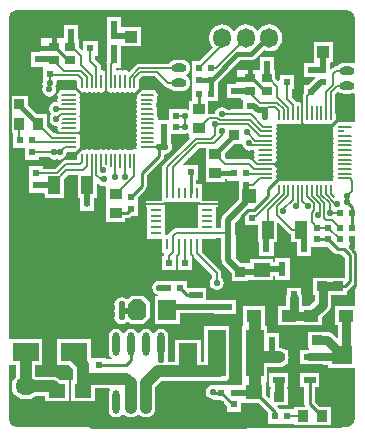
<source format=gtl>
%FSLAX44Y44*%
%MOMM*%
G71*
G01*
G75*
G04 Layer_Physical_Order=1*
G04 Layer_Color=255*
%ADD10R,1.0000X0.9000*%
%ADD11R,0.6000X0.6000*%
%ADD12R,0.2800X0.9000*%
%ADD13R,0.9000X0.2800*%
%ADD14R,0.9000X0.8128*%
%ADD15R,0.9000X1.0000*%
%ADD16R,0.6000X0.6000*%
%ADD17O,0.2000X0.6500*%
%ADD18O,0.6500X0.2000*%
%ADD19R,4.7000X4.7000*%
%ADD20R,0.9000X0.8000*%
%ADD21R,2.2000X1.0500*%
%ADD22R,1.1000X1.0000*%
%ADD23R,1.0000X1.5000*%
%ADD24R,1.2500X1.0000*%
%ADD25R,0.6000X1.2000*%
%ADD26R,1.4000X1.1500*%
%ADD27R,0.8128X0.9000*%
%ADD28R,1.0000X0.5500*%
%ADD29R,1.0000X1.1000*%
%ADD30R,1.0500X2.2000*%
%ADD31R,1.2000X0.6000*%
%ADD32O,0.6000X2.0000*%
%ADD33R,1.5000X4.0000*%
%ADD34R,2.2000X1.5500*%
%ADD35R,1.5500X2.2000*%
%ADD36R,1.5240X1.7780*%
G04:AMPARAMS|DCode=37|XSize=1.524mm|YSize=1.778mm|CornerRadius=0mm|HoleSize=0mm|Usage=FLASHONLY|Rotation=0.000|XOffset=0mm|YOffset=0mm|HoleType=Round|Shape=Octagon|*
%AMOCTAGOND37*
4,1,8,-0.3810,0.8890,0.3810,0.8890,0.7620,0.5080,0.7620,-0.5080,0.3810,-0.8890,-0.3810,-0.8890,-0.7620,-0.5080,-0.7620,0.5080,-0.3810,0.8890,0.0*
%
%ADD37OCTAGOND37*%

%ADD38C,0.2540*%
%ADD39C,0.2032*%
%ADD40C,0.1524*%
%ADD41C,0.3810*%
%ADD42C,0.5080*%
%ADD43C,1.0160*%
%ADD44C,0.7620*%
%ADD45C,0.6350*%
%ADD46R,1.1684X1.1430*%
%ADD47O,1.5240X1.6510*%
%ADD48O,1.2700X0.7620*%
%ADD49R,1.7780X1.5240*%
%ADD50O,1.7780X1.5240*%
%ADD51C,0.5588*%
G36*
X51647Y61221D02*
X52938Y59288D01*
X54871Y57997D01*
X57150Y57544D01*
X58445Y57801D01*
X58770Y57736D01*
X61005D01*
X61292Y56294D01*
X61569Y55880D01*
X61292Y55466D01*
X60976Y53880D01*
X61292Y52294D01*
X61569Y51880D01*
X61292Y51466D01*
X60976Y49880D01*
X60990Y49814D01*
X60571Y49395D01*
X59958Y48986D01*
X58736Y49802D01*
X57150Y50118D01*
X38164D01*
X36242Y52040D01*
Y55642D01*
X44044Y63444D01*
X51205D01*
X51647Y61221D01*
D02*
G37*
G36*
X6430Y71866D02*
Y68780D01*
X6430Y68780D01*
X6430D01*
X6590Y68393D01*
X-15430Y46373D01*
X-16328Y45029D01*
X-16644Y43443D01*
Y29088D01*
X-16948D01*
Y14986D01*
X-30480D01*
Y9906D01*
X-30261Y10125D01*
X-29088Y9639D01*
Y3052D01*
Y-1948D01*
Y-6948D01*
Y-11948D01*
Y-16948D01*
X-16948D01*
Y-29088D01*
X-15326D01*
X-14750Y-30164D01*
X-14990Y-31370D01*
X-16970D01*
Y-43466D01*
X-4874D01*
Y-33903D01*
X-4075Y-31975D01*
X-3754Y-31803D01*
X-3508Y-31968D01*
Y-43466D01*
X8588D01*
Y-32789D01*
X9708Y-32041D01*
X9761Y-32019D01*
X25833Y-48091D01*
Y-50180D01*
X25506Y-50398D01*
X24215Y-52331D01*
X23761Y-54610D01*
X24215Y-56889D01*
X25506Y-58822D01*
X27439Y-60113D01*
X29718Y-60567D01*
X31997Y-60113D01*
X33930Y-58822D01*
X35221Y-56889D01*
X35675Y-54610D01*
X35221Y-52331D01*
X33930Y-50398D01*
X33603Y-50180D01*
Y-46482D01*
X33307Y-44995D01*
X32465Y-43735D01*
X16948Y-28218D01*
Y-16948D01*
X29088D01*
Y-16644D01*
X33228D01*
Y-16716D01*
X33402D01*
Y-23416D01*
X33402D01*
Y-35512D01*
X33663D01*
X34012Y-37266D01*
X35247Y-39115D01*
X35247Y-39115D01*
X35247Y-39115D01*
X42164Y-46031D01*
Y-52634D01*
X56388D01*
Y-52122D01*
X57516D01*
Y-52122D01*
X77612D01*
Y-48315D01*
X79194D01*
Y-51666D01*
X91290D01*
Y-33570D01*
X79194D01*
Y-36920D01*
X77612D01*
Y-34526D01*
X57516D01*
Y-37538D01*
X56388D01*
Y-37538D01*
X49785D01*
X45498Y-33251D01*
Y-26114D01*
X45498D01*
Y-14018D01*
X45324D01*
Y-4620D01*
X44973D01*
Y-3724D01*
X52469Y3771D01*
X53642Y3285D01*
Y-5874D01*
X64820D01*
Y-19946D01*
X65660D01*
Y-31956D01*
X77756D01*
Y-19946D01*
X80916D01*
Y-3995D01*
X82089Y-3509D01*
X90725Y-12145D01*
D01*
X90725D01*
Y-12145D01*
D01*
X90725D01*
Y-12145D01*
X90725D01*
X90725Y-12145D01*
Y-12145D01*
X90725Y-12145D01*
Y-12145D01*
X91986Y-12987D01*
X92820Y-13153D01*
Y-19946D01*
X97250D01*
Y-31956D01*
X109346D01*
Y-23748D01*
X120348D01*
Y-23748D01*
X123520D01*
X129047Y-29275D01*
X130475Y-30229D01*
X132160Y-30565D01*
X135590D01*
X138091Y-33066D01*
Y-49982D01*
X111252D01*
Y-65078D01*
X112463D01*
Y-70015D01*
X107976Y-74502D01*
X101659D01*
Y-67618D01*
X101424Y-65828D01*
X100790Y-64298D01*
Y-58570D01*
X88694D01*
Y-64298D01*
X88061Y-65828D01*
X87825Y-67618D01*
Y-74502D01*
X81652D01*
Y-90598D01*
X100248D01*
Y-90598D01*
X100248D01*
X100248Y-90598D01*
X100412Y-90598D01*
Y-90598D01*
X119008D01*
Y-83034D01*
X124271Y-77771D01*
X125371Y-76339D01*
X126061Y-74670D01*
X126297Y-72880D01*
X126297Y-72880D01*
X126297Y-72880D01*
Y-72880D01*
Y-65078D01*
X139700D01*
Y-61604D01*
X139735Y-61597D01*
X141163Y-60643D01*
X141163Y-60643D01*
X141163Y-60643D01*
X145071Y-56735D01*
X146245Y-57221D01*
Y-74502D01*
X129912D01*
Y-90598D01*
X132293D01*
Y-100531D01*
X131119Y-101017D01*
X128081Y-97979D01*
X126649Y-96880D01*
X124980Y-96189D01*
X123190Y-95953D01*
X122228D01*
Y-95758D01*
X107132D01*
Y-109982D01*
X107669D01*
X107794Y-111246D01*
X105822Y-111638D01*
X105726Y-111702D01*
X100202D01*
Y-123298D01*
X105726D01*
X105822Y-123362D01*
X108250Y-123845D01*
X123952D01*
Y-126238D01*
X146245D01*
Y-170000D01*
X146278Y-170167D01*
X145831Y-172415D01*
X144463Y-174463D01*
X142415Y-175831D01*
X140167Y-176278D01*
X140000Y-176245D01*
X126038D01*
Y-176245D01*
Y-175688D01*
X126038Y-175347D01*
X126038Y-175347D01*
X126038D01*
Y-159592D01*
X116668D01*
X112653Y-155576D01*
Y-142298D01*
X116298D01*
Y-130702D01*
X100202D01*
Y-142298D01*
X103847D01*
Y-157400D01*
X104088Y-158610D01*
X103282Y-159592D01*
X94942D01*
Y-161592D01*
X94868D01*
Y-161592D01*
X84868D01*
Y-161592D01*
X82634D01*
X81933Y-160543D01*
X80806Y-159415D01*
X81292Y-158242D01*
X89718D01*
Y-144018D01*
X89087D01*
Y-142298D01*
X90298D01*
Y-130702D01*
X74202D01*
Y-142298D01*
X75253D01*
Y-144018D01*
X74622D01*
Y-151573D01*
X73449Y-152058D01*
X71008Y-149618D01*
Y-138412D01*
X71008D01*
Y-138246D01*
X71906Y-137348D01*
X72268D01*
Y-125698D01*
X82250D01*
X84372Y-125419D01*
X86349Y-124600D01*
X88046Y-123298D01*
X90298D01*
Y-118640D01*
X90448Y-117500D01*
X90298Y-116360D01*
Y-111702D01*
X88046D01*
X86349Y-110400D01*
X84372Y-109581D01*
X82328Y-109312D01*
Y-108918D01*
X82328D01*
Y-96822D01*
X72268D01*
Y-91252D01*
X70748D01*
Y-90598D01*
X70748D01*
Y-74502D01*
X62860D01*
X61720Y-74352D01*
X60580Y-74502D01*
X52152D01*
Y-90598D01*
D01*
Y-90598D01*
X51498Y-91252D01*
X51172D01*
Y-137348D01*
X51172D01*
Y-138152D01*
X50912Y-138412D01*
X50912D01*
Y-141352D01*
X50498D01*
Y-141352D01*
X28510D01*
X26253Y-140903D01*
X23974Y-141356D01*
X22041Y-142648D01*
X20750Y-144580D01*
X20297Y-146860D01*
X20750Y-149139D01*
X22041Y-151071D01*
X23974Y-152362D01*
X26253Y-152816D01*
X26972Y-153406D01*
Y-153448D01*
X33430D01*
X38402Y-158420D01*
Y-163448D01*
X50498D01*
Y-156008D01*
X50912D01*
Y-156008D01*
X64946D01*
X72772Y-163834D01*
Y-173688D01*
X82772D01*
Y-173688D01*
X94868D01*
D01*
X94868D01*
X94942Y-173762D01*
Y-175347D01*
X94942Y-175347D01*
X94942D01*
X94942Y-175688D01*
X94385Y-176245D01*
X-140000D01*
X-140167Y-176278D01*
X-142415Y-175831D01*
X-144463Y-174463D01*
X-145831Y-172415D01*
X-146278Y-170167D01*
X-146245Y-170000D01*
D01*
Y-170000D01*
Y-170000D01*
Y-123828D01*
X-140458D01*
Y-134248D01*
X-140958Y-134632D01*
X-142669Y-136860D01*
X-143743Y-139455D01*
X-144110Y-142240D01*
X-143743Y-145025D01*
X-142669Y-147620D01*
X-140958Y-149848D01*
X-138730Y-151559D01*
X-136135Y-152633D01*
X-133350Y-153000D01*
X-130810D01*
X-128025Y-152633D01*
X-125430Y-151559D01*
X-123970Y-150438D01*
X-115458D01*
Y-154738D01*
X-95362D01*
Y-137142D01*
X-102614D01*
X-103313Y-136443D01*
X-105011Y-135140D01*
X-106988Y-134321D01*
X-109110Y-134042D01*
X-123970D01*
X-124062Y-133971D01*
Y-123828D01*
X-118212D01*
Y-102232D01*
X-146245D01*
Y71962D01*
X-145088D01*
Y71962D01*
X-143128D01*
Y59992D01*
X-133128D01*
Y59992D01*
X-133128D01*
Y49832D01*
X-121032D01*
Y51736D01*
X-112207D01*
X-112162Y51668D01*
X-110229Y50377D01*
X-107950Y49924D01*
X-105671Y50377D01*
X-105664Y50381D01*
X-105658Y50377D01*
X-103378Y49924D01*
X-101099Y50377D01*
X-99166Y51668D01*
X-97875Y53601D01*
X-97422Y55880D01*
X-97422Y55880D01*
D01*
X-92480Y56406D01*
X-92480Y56406D01*
Y56406D01*
X-92398Y56423D01*
X-90230D01*
X-89013Y56665D01*
X-88115Y55767D01*
X-88357Y54550D01*
Y52382D01*
X-88374Y52300D01*
Y49864D01*
X-97790D01*
X-99376Y49548D01*
X-100720Y48650D01*
X-107126Y42244D01*
X-117222D01*
Y44148D01*
X-129318D01*
Y32052D01*
X-129318D01*
Y21892D01*
X-117222D01*
Y21892D01*
X-116926D01*
X-116028Y20994D01*
Y17392D01*
X-99932D01*
Y32638D01*
X-96074Y36496D01*
X-88028D01*
Y17392D01*
X-86138D01*
Y6652D01*
X-74042D01*
Y17392D01*
X-71932D01*
Y29584D01*
X-70812Y30183D01*
X-70694Y30104D01*
X-69998Y29062D01*
X-68065Y27771D01*
X-65786Y27318D01*
X-65164Y27441D01*
X-64182Y26636D01*
Y12898D01*
X-64182Y12898D01*
X-64182Y11994D01*
X-64182D01*
Y-3102D01*
X-48086D01*
Y43D01*
X-46688D01*
X-45003Y378D01*
X-43575Y1333D01*
X-42748Y2160D01*
X-36878D01*
Y12160D01*
Y18030D01*
X-30923Y23985D01*
X-29969Y25413D01*
X-29633Y27098D01*
X-29633Y27098D01*
X-29633Y27098D01*
Y27098D01*
Y36530D01*
X-16013Y50151D01*
X-15058Y51579D01*
X-14723Y53264D01*
Y54066D01*
X-13890Y54750D01*
X-11610Y55203D01*
X-9678Y56494D01*
X-8387Y58427D01*
X-7933Y60706D01*
X-8387Y62986D01*
X-9032Y63951D01*
Y71422D01*
X1222D01*
Y71422D01*
X1519Y71666D01*
X2286Y71514D01*
X4565Y71967D01*
X5310Y72464D01*
X6430Y71866D01*
D02*
G37*
G36*
X14986Y11948D02*
X13992D01*
Y3052D01*
Y-1948D01*
Y-6948D01*
Y-8356D01*
X-5134D01*
X-6720Y-8672D01*
X-8064Y-9570D01*
X-10430Y-11936D01*
X-11328Y-13280D01*
X-11470Y-13992D01*
X-13992D01*
Y-11948D01*
Y-6948D01*
Y-1948D01*
Y3052D01*
Y11948D01*
X-14986D01*
Y13992D01*
X14986D01*
Y11948D01*
D02*
G37*
G36*
X20146Y46680D02*
X20146Y46680D01*
X20146Y45776D01*
X20146D01*
Y30680D01*
X36242D01*
Y33178D01*
X38482D01*
Y32052D01*
X48482D01*
Y25895D01*
X48437Y25827D01*
X48200Y24638D01*
Y15618D01*
X35247Y2665D01*
X34012Y816D01*
X33578Y-1364D01*
Y-4620D01*
X33228D01*
Y-8356D01*
X29088D01*
Y-6948D01*
Y-1948D01*
Y3052D01*
Y10014D01*
X30480D01*
Y15094D01*
X30226Y14840D01*
X16948D01*
Y29088D01*
X12023D01*
Y32894D01*
X13668D01*
Y44990D01*
X1595D01*
X1109Y46163D01*
X14810Y59864D01*
X20146D01*
Y46680D01*
D02*
G37*
G36*
X-63148Y107632D02*
X-61809Y106737D01*
X-60230Y106423D01*
X-58650Y106737D01*
X-58230Y107018D01*
X-57810Y106737D01*
X-56230Y106423D01*
X-54651Y106737D01*
X-54230Y107018D01*
X-53809Y106737D01*
X-52230Y106423D01*
X-50651Y106737D01*
X-50230Y107018D01*
X-49809Y106737D01*
X-48230Y106423D01*
X-46651Y106737D01*
X-46230Y107018D01*
X-45809Y106737D01*
X-44230Y106423D01*
X-42650Y106737D01*
X-42230Y107018D01*
X-41809Y106737D01*
X-40230Y106423D01*
X-39013Y106665D01*
X-38115Y105767D01*
X-38357Y104550D01*
X-38043Y102971D01*
X-37762Y102550D01*
X-38043Y102129D01*
X-38357Y100550D01*
X-38043Y98971D01*
X-37762Y98550D01*
X-38043Y98129D01*
X-38357Y96550D01*
X-38043Y94971D01*
X-37762Y94550D01*
X-38043Y94129D01*
X-38357Y92550D01*
X-38043Y90971D01*
X-37762Y90550D01*
X-38043Y90129D01*
X-38357Y88550D01*
X-38043Y86971D01*
X-37762Y86550D01*
X-38043Y86129D01*
X-38357Y84550D01*
X-38043Y82971D01*
X-37762Y82550D01*
X-38043Y82129D01*
X-38357Y80550D01*
X-38043Y78970D01*
X-37762Y78550D01*
X-38043Y78129D01*
X-38357Y76550D01*
X-38043Y74970D01*
X-37762Y74550D01*
X-38043Y74129D01*
X-38357Y72550D01*
X-38043Y70971D01*
X-37762Y70550D01*
X-38043Y70129D01*
X-38357Y68550D01*
X-38043Y66971D01*
X-37762Y66550D01*
X-38043Y66129D01*
X-38357Y64550D01*
X-38043Y62970D01*
X-37762Y62550D01*
X-38043Y62130D01*
X-38357Y60550D01*
X-38115Y59333D01*
X-39013Y58435D01*
X-40230Y58677D01*
X-41809Y58363D01*
X-42230Y58082D01*
X-42650Y58363D01*
X-44230Y58677D01*
X-45809Y58363D01*
X-46230Y58082D01*
X-46651Y58363D01*
X-48230Y58677D01*
X-49809Y58363D01*
X-50230Y58082D01*
X-50651Y58363D01*
X-52230Y58677D01*
X-53809Y58363D01*
X-54230Y58082D01*
X-54651Y58363D01*
X-56230Y58677D01*
X-57809Y58363D01*
X-58230Y58082D01*
X-58651Y58363D01*
X-60230Y58677D01*
X-61810Y58363D01*
X-62230Y58082D01*
X-62650Y58363D01*
X-64230Y58677D01*
X-65809Y58363D01*
X-66230Y58082D01*
X-66651Y58363D01*
X-68230Y58677D01*
X-69809Y58363D01*
X-70230Y58082D01*
X-70651Y58363D01*
X-72230Y58677D01*
X-73809Y58363D01*
X-74230Y58082D01*
X-74651Y58363D01*
X-76230Y58677D01*
X-77809Y58363D01*
X-78230Y58082D01*
X-78651Y58363D01*
X-80230Y58677D01*
X-81810Y58363D01*
X-82230Y58082D01*
X-82651Y58363D01*
X-84230Y58677D01*
X-85447Y58435D01*
X-86345Y59333D01*
X-86103Y60550D01*
X-86417Y62129D01*
X-86698Y62550D01*
X-86417Y62971D01*
X-86103Y64550D01*
X-86417Y66129D01*
X-86698Y66550D01*
X-86417Y66971D01*
X-86103Y68550D01*
X-86417Y70129D01*
X-87312Y71468D01*
X-87980Y71915D01*
Y73185D01*
X-87312Y73632D01*
X-86417Y74971D01*
X-86103Y76550D01*
X-86417Y78130D01*
X-86698Y78550D01*
X-86417Y78970D01*
X-86103Y80550D01*
X-86417Y82129D01*
X-86698Y82550D01*
X-86417Y82971D01*
X-86103Y84550D01*
X-86417Y86130D01*
X-86698Y86550D01*
X-86417Y86971D01*
X-86103Y88550D01*
X-86417Y90129D01*
X-86698Y90550D01*
X-86417Y90970D01*
X-86103Y92550D01*
X-86417Y94129D01*
X-86698Y94550D01*
X-86417Y94971D01*
X-86103Y96550D01*
X-86417Y98130D01*
X-86698Y98550D01*
X-86417Y98970D01*
X-86103Y100550D01*
X-86417Y102129D01*
X-86698Y102550D01*
X-86417Y102971D01*
X-86103Y104550D01*
X-86345Y105767D01*
X-85447Y106665D01*
X-84230Y106423D01*
X-82650Y106737D01*
X-82230Y107018D01*
X-81810Y106737D01*
X-80230Y106423D01*
X-78651Y106737D01*
X-78230Y107018D01*
X-77809Y106737D01*
X-76230Y106423D01*
X-74651Y106737D01*
X-74230Y107018D01*
X-73809Y106737D01*
X-72230Y106423D01*
X-70651Y106737D01*
X-70230Y107018D01*
X-69809Y106737D01*
X-68230Y106423D01*
X-66651Y106737D01*
X-65312Y107632D01*
X-64865Y108300D01*
X-63595D01*
X-63148Y107632D01*
D02*
G37*
G36*
X142415Y175831D02*
X144463Y174463D01*
X145831Y172415D01*
X146278Y170167D01*
X146245Y170000D01*
Y131983D01*
X145189Y131277D01*
X144030Y131757D01*
X142240Y131993D01*
X137160D01*
X135370Y131757D01*
X133701Y131066D01*
X132269Y129967D01*
X131496Y128961D01*
X130410D01*
X128923Y128665D01*
X127663Y127823D01*
X126601Y126761D01*
X125428Y127247D01*
Y131698D01*
D01*
Y131698D01*
X126152Y132422D01*
X127682D01*
Y149518D01*
X111586D01*
Y132422D01*
D01*
Y132422D01*
X110942Y131778D01*
X103092D01*
Y119682D01*
X112425D01*
X112911Y118509D01*
X107130Y112728D01*
X103092D01*
Y106433D01*
X102312Y105266D01*
X101996Y103680D01*
Y98558D01*
X100876Y97959D01*
X99726Y98728D01*
X98140Y99044D01*
X97029Y98823D01*
X93124Y102728D01*
Y109776D01*
X95028D01*
Y121872D01*
X82932D01*
Y116865D01*
X81759Y116379D01*
X79318Y118820D01*
Y125578D01*
X78358D01*
Y136858D01*
X66262D01*
Y125764D01*
X65786D01*
Y125764D01*
X46228D01*
Y114078D01*
X38402D01*
Y101982D01*
X50222D01*
Y100482D01*
X51784D01*
Y92536D01*
X38039D01*
X37994Y92604D01*
X36061Y93895D01*
X33782Y94348D01*
X31503Y93895D01*
X29570Y92604D01*
X28279Y90671D01*
X27891Y88721D01*
X22986D01*
X22526Y89098D01*
Y99616D01*
X30606D01*
Y111380D01*
X30686D01*
Y115485D01*
X49089Y133888D01*
X58420D01*
X60353Y134272D01*
X61991Y135367D01*
X61991Y135367D01*
X61991Y135367D01*
X69347Y142723D01*
X71383Y141880D01*
X74168Y141513D01*
X76953Y141880D01*
X79548Y142955D01*
X81777Y144664D01*
X83486Y146893D01*
X84561Y149488D01*
X84928Y152273D01*
Y153543D01*
X84561Y156328D01*
X83486Y158923D01*
X81777Y161152D01*
X79548Y162861D01*
X76953Y163936D01*
X74168Y164303D01*
X71383Y163936D01*
X68788Y162861D01*
X66560Y161152D01*
X64850Y158923D01*
X64803Y158811D01*
X63533D01*
X63486Y158923D01*
X61776Y161152D01*
X59548Y162861D01*
X56953Y163936D01*
X54168Y164303D01*
X51383Y163936D01*
X48788Y162861D01*
X46560Y161152D01*
X44850Y158923D01*
X44803Y158811D01*
X43533D01*
X43486Y158923D01*
X41776Y161152D01*
X39548Y162861D01*
X36953Y163936D01*
X34168Y164303D01*
X31383Y163936D01*
X28788Y162861D01*
X26560Y161152D01*
X24850Y158923D01*
X23775Y156328D01*
X23408Y153543D01*
Y152273D01*
X23775Y149488D01*
X24850Y146893D01*
X26364Y144920D01*
X14920Y133476D01*
X8684D01*
Y121380D01*
Y111712D01*
X8510D01*
Y99876D01*
X6430D01*
Y92472D01*
X5310Y91874D01*
X4565Y92371D01*
X2286Y92824D01*
X1519Y92672D01*
X1222Y92916D01*
Y92916D01*
X-10874D01*
Y83518D01*
X-19413D01*
X-20218Y84500D01*
X-20208Y84550D01*
X-20524Y86136D01*
X-21023Y86882D01*
X-20968Y86964D01*
X-20652Y88550D01*
X-20968Y90136D01*
X-21373Y90742D01*
X-21224Y90964D01*
X-20908Y92550D01*
X-21224Y94136D01*
X-21838Y95055D01*
X-21540Y96550D01*
X-21852Y98115D01*
X-21284Y98964D01*
X-20968Y100550D01*
X-21266Y102048D01*
X-20654Y102964D01*
X-20338Y104550D01*
X-20654Y106136D01*
X-21552Y107480D01*
X-22896Y108378D01*
X-24482Y108694D01*
X-31980D01*
X-32062Y108677D01*
X-34230D01*
X-35447Y108435D01*
X-36345Y109333D01*
X-36103Y110550D01*
Y115050D01*
X-36345Y116270D01*
Y117419D01*
X-33443Y120321D01*
X-22945D01*
X-14631Y112007D01*
X-14631D01*
X-14631Y112007D01*
X-14631D01*
X-14631Y112007D01*
Y112007D01*
X-14631Y112007D01*
Y112007D01*
X-13371Y111165D01*
X-11884Y110870D01*
X-10743D01*
X-9971Y109863D01*
X-8539Y108764D01*
X-6870Y108073D01*
X-5080Y107837D01*
X0D01*
X1790Y108073D01*
X3459Y108764D01*
X4891Y109863D01*
X5990Y111295D01*
X6682Y112964D01*
X6917Y114754D01*
X6682Y116544D01*
X5990Y118213D01*
X4891Y119645D01*
X3948Y120369D01*
Y121639D01*
X4891Y122363D01*
X5990Y123795D01*
X6682Y125464D01*
X6917Y127254D01*
X6682Y129044D01*
X5990Y130713D01*
X4891Y132145D01*
X3459Y133244D01*
X1790Y133935D01*
X0Y134171D01*
X-5080D01*
X-6870Y133935D01*
X-8539Y133244D01*
X-9971Y132145D01*
X-10743Y131139D01*
X-36314D01*
X-37801Y130843D01*
X-39061Y130001D01*
X-44628Y124434D01*
X-45300Y124500D01*
X-46644Y125398D01*
X-48230Y125714D01*
X-49816Y125398D01*
X-50230Y125121D01*
X-50644Y125398D01*
X-52230Y125714D01*
X-53816Y125398D01*
X-54230Y125121D01*
X-54644Y125398D01*
X-56086Y125685D01*
Y127810D01*
X-51182D01*
Y138050D01*
X-51102D01*
Y145876D01*
X-34632D01*
Y161972D01*
X-51182D01*
Y170386D01*
X-63278D01*
Y158290D01*
X-63198D01*
Y150146D01*
X-63198D01*
Y139906D01*
X-63278D01*
Y133611D01*
X-64058Y132444D01*
X-64373Y130858D01*
X-64373Y130858D01*
X-64373Y130858D01*
Y125228D01*
X-65494Y124629D01*
X-66644Y125398D01*
X-68086Y125685D01*
Y128110D01*
X-68402Y129696D01*
X-69300Y131040D01*
X-73246Y134986D01*
Y137970D01*
X-71342D01*
Y150066D01*
X-83438D01*
Y143027D01*
X-84611Y142541D01*
X-87052Y144982D01*
Y152248D01*
X-88012D01*
Y163528D01*
X-100108D01*
Y152434D01*
X-100584D01*
Y152434D01*
X-120142D01*
Y140748D01*
X-127968D01*
Y128652D01*
X-117888D01*
Y127968D01*
X-117888D01*
Y115872D01*
X-117888D01*
X-117784Y115745D01*
X-117971Y114808D01*
X-117517Y112529D01*
X-117300Y112204D01*
X-117771Y111499D01*
X-118224Y109220D01*
X-117771Y106941D01*
X-116480Y105008D01*
X-114547Y103717D01*
X-112268Y103264D01*
X-109989Y103717D01*
X-108056Y105008D01*
X-106765Y106941D01*
X-106312Y109220D01*
X-106765Y111499D01*
X-106982Y111824D01*
X-106511Y112529D01*
X-106058Y114808D01*
X-106176Y115404D01*
X-105792Y115872D01*
X-105792D01*
X-105792Y117014D01*
X-89346D01*
X-88374Y116042D01*
Y112800D01*
X-88357Y112717D01*
Y110550D01*
X-88115Y109333D01*
X-89013Y108435D01*
X-90230Y108677D01*
X-92398D01*
X-92480Y108694D01*
X-101250D01*
X-102836Y108378D01*
X-104180Y107480D01*
X-105078Y106136D01*
X-105394Y104550D01*
X-105078Y102964D01*
X-104801Y102550D01*
X-105078Y102136D01*
X-105394Y100550D01*
X-105184Y99496D01*
X-106082Y98598D01*
X-106426Y98666D01*
X-108705Y98213D01*
X-110638Y96922D01*
X-111929Y94989D01*
X-112382Y92710D01*
X-111929Y90431D01*
X-110737Y88646D01*
X-111929Y86861D01*
X-112382Y84582D01*
X-111929Y82303D01*
X-110638Y80370D01*
X-108705Y79079D01*
X-106426Y78625D01*
X-106042Y78702D01*
X-105144Y77804D01*
X-105394Y76550D01*
X-105078Y74964D01*
X-104180Y73620D01*
X-104972Y72435D01*
X-108471D01*
X-113992Y77956D01*
Y88058D01*
X-122446D01*
X-129992Y95604D01*
Y103632D01*
X-145088D01*
Y103632D01*
X-145347D01*
X-146245Y104530D01*
Y170000D01*
X-146278Y170167D01*
X-145831Y172415D01*
X-144463Y174463D01*
X-142415Y175831D01*
X-140167Y176278D01*
X-140000Y176245D01*
X140000D01*
X140167Y176278D01*
X142415Y175831D01*
D02*
G37*
G36*
X103222Y80962D02*
X104561Y80067D01*
X106140Y79753D01*
X107719Y80067D01*
X108140Y80348D01*
X108561Y80067D01*
X110140Y79753D01*
X111720Y80067D01*
X112140Y80348D01*
X112561Y80067D01*
X114140Y79753D01*
X115719Y80067D01*
X116140Y80348D01*
X116561Y80067D01*
X118140Y79753D01*
X119719Y80067D01*
X120140Y80348D01*
X120561Y80067D01*
X122140Y79753D01*
X123720Y80067D01*
X124140Y80348D01*
X124561Y80067D01*
X126140Y79753D01*
X127357Y79995D01*
X128255Y79097D01*
X128013Y77880D01*
X128327Y76301D01*
X128608Y75880D01*
X128327Y75459D01*
X128013Y73880D01*
X128327Y72301D01*
X128608Y71880D01*
X128327Y71459D01*
X128013Y69880D01*
X128327Y68301D01*
X128608Y67880D01*
X128327Y67460D01*
X128013Y65880D01*
X128327Y64301D01*
X128608Y63880D01*
X128327Y63460D01*
X128013Y61880D01*
X128327Y60301D01*
X128608Y59880D01*
X128327Y59460D01*
X128013Y57880D01*
X128327Y56301D01*
X128608Y55880D01*
X128327Y55459D01*
X128013Y53880D01*
X128327Y52301D01*
X128608Y51880D01*
X128327Y51459D01*
X128013Y49880D01*
X128327Y48300D01*
X128608Y47880D01*
X128327Y47460D01*
X128013Y45880D01*
X128327Y44301D01*
X128608Y43880D01*
X128327Y43460D01*
X128013Y41880D01*
X128327Y40301D01*
X128608Y39880D01*
X128327Y39460D01*
X128013Y37880D01*
X128327Y36301D01*
X128608Y35880D01*
X128327Y35459D01*
X128013Y33880D01*
X128255Y32663D01*
X127357Y31765D01*
X126140Y32007D01*
X124561Y31693D01*
X124140Y31412D01*
X123720Y31693D01*
X122140Y32007D01*
X120561Y31693D01*
X120140Y31412D01*
X119719Y31693D01*
X118140Y32007D01*
X116561Y31693D01*
X116140Y31412D01*
X115719Y31693D01*
X114140Y32007D01*
X112561Y31693D01*
X112140Y31412D01*
X111720Y31693D01*
X110140Y32007D01*
X108561Y31693D01*
X108140Y31412D01*
X107719Y31693D01*
X106140Y32007D01*
X104560Y31693D01*
X104140Y31412D01*
X103720Y31693D01*
X102140Y32007D01*
X100561Y31693D01*
X100140Y31412D01*
X99719Y31693D01*
X98140Y32007D01*
X96561Y31693D01*
X96140Y31412D01*
X95719Y31693D01*
X94140Y32007D01*
X92561Y31693D01*
X92140Y31412D01*
X91720Y31693D01*
X90140Y32007D01*
X88561Y31693D01*
X88140Y31412D01*
X87719Y31693D01*
X86140Y32007D01*
X84561Y31693D01*
X84140Y31412D01*
X83720Y31693D01*
X82140Y32007D01*
X80923Y31765D01*
X80025Y32663D01*
X80267Y33880D01*
X79953Y35459D01*
X79672Y35880D01*
X79953Y36301D01*
X80267Y37880D01*
X79953Y39460D01*
X79672Y39880D01*
X79953Y40301D01*
X80267Y41880D01*
X79953Y43460D01*
X79058Y44798D01*
X78390Y45245D01*
Y46515D01*
X79058Y46962D01*
X79953Y48301D01*
X80267Y49880D01*
X79953Y51459D01*
X79672Y51880D01*
X79953Y52301D01*
X80267Y53880D01*
X79953Y55459D01*
X79672Y55880D01*
X79953Y56301D01*
X80267Y57880D01*
X79953Y59460D01*
X79672Y59880D01*
X79953Y60300D01*
X80267Y61880D01*
X79953Y63459D01*
X79672Y63880D01*
X79953Y64301D01*
X80267Y65880D01*
X79953Y67460D01*
X79672Y67880D01*
X79953Y68301D01*
X80267Y69880D01*
X79953Y71459D01*
X79672Y71880D01*
X79953Y72301D01*
X80267Y73880D01*
X79953Y75459D01*
X79672Y75880D01*
X79953Y76301D01*
X80267Y77880D01*
X80025Y79097D01*
X80923Y79995D01*
X82140Y79753D01*
X83719Y80067D01*
X84140Y80348D01*
X84561Y80067D01*
X86140Y79753D01*
X87719Y80067D01*
X88140Y80348D01*
X88561Y80067D01*
X90140Y79753D01*
X91720Y80067D01*
X92140Y80348D01*
X92561Y80067D01*
X94140Y79753D01*
X95719Y80067D01*
X96140Y80348D01*
X96560Y80067D01*
X98140Y79753D01*
X99719Y80067D01*
X101058Y80962D01*
X101505Y81630D01*
X102775D01*
X103222Y80962D01*
D02*
G37*
G36*
X132269Y107685D02*
X133701Y106586D01*
X135370Y105894D01*
X137160Y105659D01*
X142240D01*
X144030Y105894D01*
X145189Y106374D01*
X146245Y105669D01*
Y82054D01*
X145125Y81455D01*
X144746Y81708D01*
X143160Y82024D01*
X134390Y82024D01*
X134308Y82007D01*
X132140D01*
X130923Y81765D01*
X130025Y82663D01*
X130267Y83880D01*
Y88380D01*
X130025Y89600D01*
Y105481D01*
X132231Y107687D01*
X132269Y107685D01*
D02*
G37*
%LPC*%
G36*
X40268Y-91252D02*
X19172D01*
Y-121342D01*
X15878D01*
Y-102612D01*
X-5718D01*
Y-121342D01*
X-11112D01*
X-11918Y-120360D01*
X-11824Y-119888D01*
X-12083Y-118586D01*
Y-115668D01*
X-11614Y-113310D01*
Y-99310D01*
X-12083Y-96950D01*
X-13420Y-94950D01*
X-15420Y-93613D01*
X-17780Y-93144D01*
X-20140Y-93613D01*
X-22140Y-94950D01*
X-23477Y-96950D01*
X-23495Y-97040D01*
X-24765D01*
X-24783Y-96950D01*
X-26120Y-94950D01*
X-28120Y-93613D01*
X-30480Y-93144D01*
X-32840Y-93613D01*
X-34840Y-94950D01*
X-36177Y-96950D01*
X-36195Y-97040D01*
X-37465D01*
X-37483Y-96950D01*
X-38820Y-94950D01*
X-40820Y-93613D01*
X-43180Y-93144D01*
X-45540Y-93613D01*
X-47540Y-94950D01*
X-48877Y-96950D01*
X-48895Y-97040D01*
X-50165D01*
X-50183Y-96950D01*
X-51520Y-94950D01*
X-53520Y-93613D01*
X-55880Y-93144D01*
X-58240Y-93613D01*
X-60240Y-94950D01*
X-61577Y-96950D01*
X-62046Y-99310D01*
Y-113310D01*
X-61577Y-115670D01*
X-60240Y-117670D01*
X-59507Y-118160D01*
X-59876Y-119375D01*
X-63802D01*
Y-117730D01*
X-75898D01*
Y-118695D01*
X-76180Y-118791D01*
X-77212Y-118051D01*
Y-102232D01*
X-105308D01*
Y-123828D01*
X-95284D01*
X-92018Y-127094D01*
Y-137142D01*
X-93868D01*
Y-154738D01*
X-73772D01*
Y-143834D01*
X-61510D01*
X-60912Y-144954D01*
X-61577Y-145950D01*
X-62046Y-148310D01*
Y-162310D01*
X-61577Y-164670D01*
X-60240Y-166670D01*
X-58240Y-168007D01*
X-55880Y-168477D01*
X-53520Y-168007D01*
X-51520Y-166670D01*
X-50818Y-165621D01*
X-49549Y-165579D01*
X-48977Y-166325D01*
X-47279Y-167628D01*
X-45302Y-168447D01*
X-43180Y-168726D01*
X-41058Y-168447D01*
X-39081Y-167628D01*
X-37383Y-166325D01*
X-36277D01*
X-34579Y-167628D01*
X-32602Y-168447D01*
X-30480Y-168726D01*
X-28358Y-168447D01*
X-26381Y-167628D01*
X-24683Y-166325D01*
X-23380Y-164627D01*
X-22561Y-162650D01*
X-22282Y-160528D01*
Y-143096D01*
X-16924Y-137738D01*
X31750D01*
X33872Y-137459D01*
X34139Y-137348D01*
X40268D01*
Y-91252D01*
D02*
G37*
G36*
X-32512Y-65786D02*
X-43180D01*
X-45917Y-68523D01*
X-46842Y-68432D01*
X-48775Y-67141D01*
X-51054Y-66688D01*
X-53333Y-67141D01*
X-55266Y-68432D01*
X-56557Y-70365D01*
X-57010Y-72644D01*
X-56751Y-73946D01*
Y-76930D01*
X-57010Y-78232D01*
X-56751Y-79534D01*
Y-82264D01*
X-57010Y-83566D01*
X-56557Y-85845D01*
X-55266Y-87778D01*
X-53333Y-89069D01*
X-51054Y-89522D01*
X-48775Y-89069D01*
X-46842Y-87778D01*
X-46686Y-87544D01*
X-45422Y-87420D01*
X-43180Y-89662D01*
X-32512D01*
X-27178Y-84328D01*
Y-71120D01*
X-32512Y-65786D01*
D02*
G37*
G36*
X-17906Y-52626D02*
X-18002Y-52976D01*
X-19304Y-52717D01*
X-21583Y-53171D01*
X-23516Y-54462D01*
X-24807Y-56395D01*
X-25261Y-58674D01*
X-24807Y-60953D01*
X-23516Y-62886D01*
X-21583Y-64177D01*
X-19849Y-64522D01*
X-19973Y-65786D01*
X-23114D01*
Y-89662D01*
X-1778D01*
Y-80373D01*
X27582D01*
Y-80724D01*
X45678D01*
Y-68628D01*
X27582D01*
Y-68979D01*
X20678D01*
Y-59128D01*
X4822D01*
X4190Y-58496D01*
Y-52626D01*
X-17906D01*
Y-52626D01*
D02*
G37*
%LPD*%
D10*
X-56134Y20446D02*
D03*
Y4446D02*
D03*
X14478Y76328D02*
D03*
X14478Y92328D02*
D03*
X28194Y38228D02*
D03*
Y54228D02*
D03*
D11*
X-42926Y8208D02*
D03*
Y18208D02*
D03*
X24638Y127428D02*
D03*
X24638Y117428D02*
D03*
X7620Y48942D02*
D03*
Y38942D02*
D03*
X-121920Y144700D02*
D03*
Y134700D02*
D03*
X-57150Y154098D02*
D03*
X-57150Y144098D02*
D03*
X133858Y-7700D02*
D03*
Y-17700D02*
D03*
X114300Y-7700D02*
D03*
Y-17700D02*
D03*
X2540Y-37418D02*
D03*
Y-47418D02*
D03*
X-10922Y-37418D02*
D03*
Y-47418D02*
D03*
X14732Y127428D02*
D03*
Y117428D02*
D03*
X143764Y-17700D02*
D03*
X143764Y-7700D02*
D03*
X119380Y115650D02*
D03*
X119380Y125650D02*
D03*
X44450Y108030D02*
D03*
X44450Y118030D02*
D03*
X59690Y-9826D02*
D03*
X59690Y174D02*
D03*
X123698Y-17700D02*
D03*
Y-7700D02*
D03*
X33020Y-147400D02*
D03*
Y-157400D02*
D03*
X44450Y-147400D02*
D03*
Y-157400D02*
D03*
X-69850Y-123778D02*
D03*
Y-133778D02*
D03*
D12*
X-12500Y21540D02*
D03*
X-7500D02*
D03*
X-2500D02*
D03*
X2500D02*
D03*
X7500D02*
D03*
X12500D02*
D03*
Y-21540D02*
D03*
X7500D02*
D03*
X2500D02*
D03*
X-2500D02*
D03*
X-7500D02*
D03*
X-12500D02*
D03*
D13*
X21540Y12500D02*
D03*
Y7500D02*
D03*
Y2500D02*
D03*
Y-2500D02*
D03*
Y-7500D02*
D03*
Y-12500D02*
D03*
X-21540D02*
D03*
Y-7500D02*
D03*
Y-2500D02*
D03*
Y2500D02*
D03*
Y7500D02*
D03*
Y12500D02*
D03*
D14*
X-137540Y96520D02*
D03*
X-121540Y96520D02*
D03*
X82170Y-151130D02*
D03*
X98170D02*
D03*
X98680Y-102870D02*
D03*
X114680Y-102870D02*
D03*
D15*
X-121540Y80010D02*
D03*
X-137540D02*
D03*
X118490Y-167640D02*
D03*
X102490Y-167640D02*
D03*
D16*
X-137080Y66040D02*
D03*
X-127080Y66040D02*
D03*
X-127080Y55880D02*
D03*
X-137080D02*
D03*
X-123270Y38100D02*
D03*
X-133270Y38100D02*
D03*
X-111840Y121920D02*
D03*
X-121840Y121920D02*
D03*
X-133270Y27940D02*
D03*
X-123270Y27940D02*
D03*
X-90090Y12700D02*
D03*
X-80090Y12700D02*
D03*
X-104060Y157480D02*
D03*
X-94060Y157480D02*
D03*
X-77390Y144018D02*
D03*
X-67390Y144018D02*
D03*
X-57230Y164338D02*
D03*
X-67230Y164338D02*
D03*
X-57230Y133858D02*
D03*
X-67230Y133858D02*
D03*
X-15080Y67818D02*
D03*
X-5080Y67818D02*
D03*
X78820Y-167640D02*
D03*
X88820Y-167640D02*
D03*
X49450Y-29464D02*
D03*
X39450D02*
D03*
X49450Y-20066D02*
D03*
X39450Y-20066D02*
D03*
X133684Y4318D02*
D03*
X143684Y4318D02*
D03*
X86280Y-102870D02*
D03*
X76280Y-102870D02*
D03*
X99140Y106680D02*
D03*
X109140Y106680D02*
D03*
X99140Y125730D02*
D03*
X109140Y125730D02*
D03*
X98980Y115824D02*
D03*
X88980D02*
D03*
X72310Y130810D02*
D03*
X62310Y130810D02*
D03*
X103298Y-25908D02*
D03*
X93298Y-25908D02*
D03*
X71708Y-25908D02*
D03*
X81708Y-25908D02*
D03*
X47832Y94996D02*
D03*
X57832D02*
D03*
X44530Y27940D02*
D03*
X54530Y27940D02*
D03*
X24558Y105664D02*
D03*
X14558Y105664D02*
D03*
X54530Y38100D02*
D03*
X44530Y38100D02*
D03*
X-11858Y-58674D02*
D03*
X-1858D02*
D03*
X-14826Y77470D02*
D03*
X-4826D02*
D03*
X-14826Y86868D02*
D03*
X-4826D02*
D03*
X39276Y-10668D02*
D03*
X49276Y-10668D02*
D03*
D17*
X-84230Y52300D02*
D03*
X-80230Y52300D02*
D03*
X-76230D02*
D03*
X-72230Y52300D02*
D03*
X-68230Y52300D02*
D03*
X-64230Y52300D02*
D03*
X-60230Y52300D02*
D03*
X-56230D02*
D03*
X-52230Y52300D02*
D03*
X-48230Y52300D02*
D03*
X-44230Y52300D02*
D03*
X-40230Y52300D02*
D03*
Y112800D02*
D03*
X-44230Y112800D02*
D03*
X-48230Y112800D02*
D03*
X-52230Y112800D02*
D03*
X-56230Y112800D02*
D03*
X-60230Y112800D02*
D03*
X-64230Y112800D02*
D03*
X-68230Y112800D02*
D03*
X-72230Y112800D02*
D03*
X-76230D02*
D03*
X-80230D02*
D03*
X-84230Y112800D02*
D03*
X82140Y86130D02*
D03*
X86140D02*
D03*
X90140Y86130D02*
D03*
X94140Y86130D02*
D03*
X98140Y86130D02*
D03*
X102140Y86130D02*
D03*
X106140Y86130D02*
D03*
X110140D02*
D03*
X114140Y86130D02*
D03*
X118140Y86130D02*
D03*
X122140D02*
D03*
X126140D02*
D03*
Y25630D02*
D03*
X122140D02*
D03*
X118140Y25630D02*
D03*
X114140Y25630D02*
D03*
X110140Y25630D02*
D03*
X106140Y25630D02*
D03*
X102140Y25630D02*
D03*
X98140D02*
D03*
X94140D02*
D03*
X90140D02*
D03*
X86140Y25630D02*
D03*
X82140Y25630D02*
D03*
D18*
X-31980Y60550D02*
D03*
X-31980Y64550D02*
D03*
X-31980Y68550D02*
D03*
Y72550D02*
D03*
X-31980Y76550D02*
D03*
X-31980Y80550D02*
D03*
X-31980Y84550D02*
D03*
Y88550D02*
D03*
X-31980Y92550D02*
D03*
X-31980Y96550D02*
D03*
X-31980Y100550D02*
D03*
X-31980Y104550D02*
D03*
X-92480Y104550D02*
D03*
X-92480Y100550D02*
D03*
X-92480Y96550D02*
D03*
X-92480Y92550D02*
D03*
Y88550D02*
D03*
X-92480Y84550D02*
D03*
X-92480Y80550D02*
D03*
X-92480Y76550D02*
D03*
Y72550D02*
D03*
Y68550D02*
D03*
Y64550D02*
D03*
Y60550D02*
D03*
X73890Y33880D02*
D03*
X73890Y37880D02*
D03*
Y41880D02*
D03*
X73890Y45880D02*
D03*
X73890Y49880D02*
D03*
X73890Y53880D02*
D03*
Y57880D02*
D03*
Y61880D02*
D03*
X73890Y65880D02*
D03*
Y69880D02*
D03*
X73890Y73880D02*
D03*
X73890Y77880D02*
D03*
X134390Y77880D02*
D03*
Y73880D02*
D03*
X134390Y69880D02*
D03*
X134390Y65880D02*
D03*
Y61880D02*
D03*
Y57880D02*
D03*
Y53880D02*
D03*
Y49880D02*
D03*
X134390Y45880D02*
D03*
X134390Y41880D02*
D03*
Y37880D02*
D03*
X134390Y33880D02*
D03*
D19*
X-62230Y82550D02*
D03*
X104140Y55880D02*
D03*
D20*
X-108600Y145200D02*
D03*
X-94600Y134200D02*
D03*
X-94600Y145200D02*
D03*
X-108600Y134200D02*
D03*
X57770Y107530D02*
D03*
X71770Y118530D02*
D03*
Y107530D02*
D03*
X57770Y118530D02*
D03*
D21*
X-27180Y168924D02*
D03*
X-27180Y138924D02*
D03*
D22*
X-43180Y153924D02*
D03*
D23*
X-79980Y27940D02*
D03*
X-107980Y27940D02*
D03*
X72868Y-9398D02*
D03*
X100868Y-9398D02*
D03*
D24*
X90950Y-82550D02*
D03*
X61450D02*
D03*
X109710Y-82550D02*
D03*
X139210D02*
D03*
D25*
X104242Y-42618D02*
D03*
X85242Y-42618D02*
D03*
X94742Y-67618D02*
D03*
D26*
X67564Y-43324D02*
D03*
Y-61324D02*
D03*
X60960Y-165210D02*
D03*
Y-147210D02*
D03*
X-105410Y-163940D02*
D03*
Y-145940D02*
D03*
X-83820Y-163940D02*
D03*
Y-145940D02*
D03*
D27*
X49276Y-61086D02*
D03*
Y-45086D02*
D03*
X132588Y-41530D02*
D03*
Y-57530D02*
D03*
X118364Y-41530D02*
D03*
Y-57530D02*
D03*
X44450Y54992D02*
D03*
X44450Y70992D02*
D03*
D28*
X108250Y-136500D02*
D03*
X108250Y-127000D02*
D03*
X108250Y-117500D02*
D03*
X82250Y-117500D02*
D03*
X82250Y-136500D02*
D03*
D29*
X119634Y140970D02*
D03*
D30*
X134634Y156970D02*
D03*
X104634Y156970D02*
D03*
D31*
X36630Y-74676D02*
D03*
X11630Y-84176D02*
D03*
Y-65176D02*
D03*
D32*
X-55880Y-155310D02*
D03*
X-43180D02*
D03*
X-30480D02*
D03*
X-17780Y-155310D02*
D03*
X-55880Y-106310D02*
D03*
X-43180Y-106310D02*
D03*
X-30480D02*
D03*
X-17780D02*
D03*
D33*
X61720Y-114300D02*
D03*
X29720Y-114300D02*
D03*
D34*
X-132260Y-113030D02*
D03*
X-91260Y-113030D02*
D03*
D35*
X5080Y-157660D02*
D03*
Y-116660D02*
D03*
D36*
X-12446Y-77724D02*
D03*
D37*
X-37846D02*
D03*
D38*
X123698Y-17700D02*
X123698Y-17700D01*
X114300Y-17700D02*
X123698D01*
X144272Y-60960D02*
Y-59849D01*
X146558Y-57563D01*
Y-29559D01*
X143764Y-26765D02*
X146558Y-29559D01*
X143764Y-26765D02*
Y-24384D01*
X137414Y-26162D02*
X142494Y-31242D01*
Y-53086D02*
Y-31242D01*
X138050Y-57530D02*
X142494Y-53086D01*
X132160Y-26162D02*
X137414D01*
X123698Y-17700D02*
X132160Y-26162D01*
X132588Y-57530D02*
X138050D01*
X-145088Y64062D02*
Y110690D01*
X-138938Y116840D01*
X-72230Y72550D02*
X-62230Y82550D01*
X-91948Y52832D02*
X-72230Y72550D01*
X104140Y56515D02*
X134366Y86741D01*
Y87376D01*
X94140Y45880D02*
X104140Y55880D01*
X73152Y24892D02*
X94140Y45880D01*
X73152Y18796D02*
Y24892D01*
X61214Y6858D02*
X73152Y18796D01*
X55880Y6858D02*
X61214D01*
X50292Y1270D02*
X55880Y6858D01*
X50292Y-2794D02*
Y1270D01*
X14478Y105584D02*
X14558Y105664D01*
X14478Y92328D02*
Y105584D01*
X-19126Y53264D02*
Y60550D01*
X-34036Y38354D02*
X-19126Y53264D01*
X-34036Y27098D02*
Y38354D01*
X-42926Y18208D02*
X-34036Y27098D01*
X-46688Y4446D02*
X-42926Y8208D01*
X-56134Y4446D02*
X-46688D01*
X7620Y21660D02*
Y38942D01*
X4644Y-65176D02*
X11630D01*
X-1858Y-58674D02*
X4644Y-65176D01*
X137160Y-70104D02*
X139700Y-67564D01*
X48393Y-175434D02*
X134446D01*
X45720Y-172761D02*
X48393Y-175434D01*
X43942Y-129599D02*
Y-127254D01*
X41402Y-132139D02*
X43942Y-129599D01*
X41402Y-135167D02*
Y-132139D01*
X37377Y-139192D02*
X41402Y-135167D01*
X33782Y-139192D02*
X37377D01*
X26253Y-147400D02*
X33020D01*
X-62230Y82550D02*
X-54610Y74930D01*
Y90170D02*
X-33782Y110998D01*
X-62230Y82550D02*
X-54610Y90170D01*
X-64230Y84550D02*
X-62230Y82550D01*
X-69850Y90170D02*
X-64230Y84550D01*
X-77470Y97790D02*
X-69850Y90170D01*
X-91694Y112014D02*
X-77470Y97790D01*
X59319Y118530D02*
X70319Y107530D01*
X71770D01*
X-69850Y-123778D02*
X-47324D01*
X-43180Y-119634D01*
Y-106310D01*
X43608Y-157400D02*
X44450D01*
X33608Y-147400D02*
X43608Y-157400D01*
X33020Y-147400D02*
X33608D01*
X60960Y-147210D02*
X62374D01*
X78820Y-163656D01*
Y-167640D02*
Y-163656D01*
X108250Y-157400D02*
Y-136500D01*
Y-157400D02*
X118490Y-167640D01*
X139700Y13716D02*
X143764Y9652D01*
X139700Y13716D02*
Y19050D01*
X143764Y-7700D02*
Y9652D01*
X-96051Y134200D02*
X-94600D01*
X-107051Y145200D02*
X-96051Y134200D01*
D39*
X11621Y67564D02*
X24892D01*
X-12500Y21540D02*
Y43443D01*
X13094Y64008D02*
X27432D01*
X-7500Y43414D02*
X13094Y64008D01*
X-7500Y21540D02*
Y43414D01*
X-12500Y43443D02*
X11621Y67564D01*
X-64230Y84550D02*
Y112800D01*
X-97790Y45720D02*
X-86360D01*
X-105410Y38100D02*
X-97790Y45720D01*
X-123270Y38100D02*
X-105410D01*
X102140Y57880D02*
Y86130D01*
X40386Y94996D02*
X47832D01*
X2286Y77470D02*
Y86868D01*
X-4826D02*
X2286D01*
X-4826Y77470D02*
X2286D01*
X34168Y146864D02*
Y152908D01*
X14732Y127428D02*
X34168Y146864D01*
X28688Y127428D02*
X54168Y152908D01*
X24638Y127428D02*
X28688D01*
X68678Y77880D02*
X73890D01*
X58166Y88392D02*
X68678Y77880D01*
X33782Y88392D02*
X58166D01*
X66294Y98044D02*
X80823D01*
X57770Y106568D02*
X66294Y98044D01*
X70104Y91440D02*
X72644Y93980D01*
X79248D01*
X82140Y91088D01*
Y86130D02*
Y91088D01*
X33782Y70358D02*
Y74422D01*
X27432Y64008D02*
X33782Y70358D01*
X27940Y70612D02*
Y79756D01*
X24892Y67564D02*
X27940Y70612D01*
X37444Y-12500D02*
X39276Y-10668D01*
X21540Y12500D02*
X32566D01*
X59690Y1952D02*
X62814D01*
X82140Y21278D01*
X-7500Y-21540D02*
Y-14866D01*
X-5134Y-12500D01*
X21540D01*
X-10922Y-31750D02*
X-7500Y-28328D01*
X106140Y86130D02*
Y103680D01*
X88980Y101012D02*
Y115824D01*
X-72230Y112800D02*
Y128110D01*
X-60230Y112800D02*
Y130858D01*
X-34090Y12500D02*
X-21540D01*
X21540D01*
Y-12500D02*
X37444D01*
X9064Y-47418D02*
Y-31750D01*
X2540Y-47418D02*
X9064D01*
X-10922D02*
X2540D01*
X7500Y-30186D02*
Y-21540D01*
Y-30186D02*
X9064Y-31750D01*
X-4064Y-47418D02*
Y-31750D01*
X-2500Y-30186D01*
Y-21540D01*
X-10922Y-37418D02*
Y-31750D01*
X-7500Y-28328D02*
Y-21540D01*
X2500Y-37378D02*
Y-21540D01*
X27940Y79756D02*
X56134D01*
X63340Y45880D02*
X65120D01*
X54228Y54992D02*
X63340Y45880D01*
X57150Y45974D02*
X61244Y41880D01*
X36448Y45974D02*
X57150D01*
X28194Y54228D02*
X36448Y45974D01*
X56134Y79756D02*
X66010Y69880D01*
X54864Y73329D02*
X62313Y65880D01*
X66010Y69880D02*
X73890D01*
X-31980Y60550D02*
X-19126D01*
X-31980Y64550D02*
X-24352D01*
X60198Y27940D02*
X66138Y33880D01*
X73890D01*
X54530Y27940D02*
X60198D01*
X-127080Y55880D02*
X-103378D01*
X-31980Y72550D02*
X-24352D01*
X-31980Y68550D02*
X-24352D01*
X-31980Y76550D02*
X-24352D01*
X-31980Y80550D02*
X-24352D01*
X126140Y21047D02*
X128645Y18542D01*
X126140Y21047D02*
Y25630D01*
X-31980Y104550D02*
X-24482D01*
X-31980Y100550D02*
X-25112D01*
X-31980Y96550D02*
X-25684D01*
X-31980Y92550D02*
X-25052D01*
X-31980Y88550D02*
X-24796D01*
X-31980Y84550D02*
X-24352D01*
X-40230Y43844D02*
Y52300D01*
X-44230Y43654D02*
Y52300D01*
X-52230Y43274D02*
Y52300D01*
X-60230Y44418D02*
Y52300D01*
X-64230Y46119D02*
Y52300D01*
X-100648Y84550D02*
X-92480D01*
X73890Y45880D02*
X94140D01*
X88820Y-167640D02*
X102490D01*
X94140Y86130D02*
Y95852D01*
X88980Y101012D02*
X94140Y95852D01*
X90140Y86130D02*
Y93756D01*
X80772Y103124D02*
X90140Y93756D01*
X80772Y103124D02*
Y111506D01*
X73748Y118530D02*
X80772Y111506D01*
X71770Y118530D02*
X73748D01*
X86140Y86130D02*
Y92727D01*
X80823Y98044D02*
X86140Y92727D01*
X57770Y106568D02*
Y107530D01*
X134390Y33880D02*
X142396D01*
X54750Y37880D02*
X73890D01*
X106140Y103680D02*
X109140Y106680D01*
X99140Y106680D02*
X102140Y103680D01*
Y86130D02*
Y103680D01*
X98140Y86130D02*
Y94900D01*
X110140Y86130D02*
Y94900D01*
X114140Y86130D02*
Y94900D01*
X134390Y37880D02*
X143160Y37880D01*
X134390Y41880D02*
X143160Y41880D01*
X134390Y45880D02*
X143160Y45880D01*
X134390Y49880D02*
X143160Y49880D01*
X134390Y53880D02*
X143160Y53880D01*
X134390Y57880D02*
X143160Y57880D01*
X134390Y65880D02*
X143160Y65880D01*
X134390Y61880D02*
X143160Y61880D01*
X134390Y69880D02*
X143160Y69880D01*
X134390Y77880D02*
X143160Y77880D01*
X65120Y65880D02*
X73890Y65880D01*
X65120Y61880D02*
X73890Y61880D01*
X65120Y57880D02*
X73890Y57880D01*
X65120Y53880D02*
X73890Y53880D01*
X65120Y49880D02*
X73890Y49880D01*
X65120Y45880D02*
X73890Y45880D01*
X61244Y41880D02*
X73890D01*
X82140Y21278D02*
Y25630D01*
X-48230Y112800D02*
Y121570D01*
X-52230Y112800D02*
Y121570D01*
X-56230Y112800D02*
Y121570D01*
X-68230Y112800D02*
Y121570D01*
X-64230Y112800D02*
Y130858D01*
X-67230Y133858D02*
X-64230Y130858D01*
X-60230Y130858D02*
X-57230Y133858D01*
X-111078Y121158D02*
X-87630D01*
X-84230Y117758D01*
Y112800D02*
Y117758D01*
X-108600Y133238D02*
Y134200D01*
Y133238D02*
X-100076Y124714D01*
X-85547D01*
X-80230Y119397D01*
Y112800D02*
Y119397D01*
X-85598Y129794D02*
X-76230Y120426D01*
Y112800D02*
Y120426D01*
X-77390Y133270D02*
Y143002D01*
Y133270D02*
X-72230Y128110D01*
X-94060Y146130D02*
X-85598Y137668D01*
Y129794D02*
Y137668D01*
X-105570Y72550D02*
X-92480D01*
X-125590Y64550D02*
X-92480D01*
X-127080Y66040D02*
X-125590Y64550D01*
X-101250Y104550D02*
X-92480D01*
X-101250Y100550D02*
X-92480D01*
X-101250Y96550D02*
X-92480D01*
X-106266Y92550D02*
X-92480D01*
X-102458Y88550D02*
X-92480D01*
X-101250Y80550D02*
X-92480D01*
X-101250Y76550D02*
X-92480D01*
X-84230Y47850D02*
Y52300D01*
X-86360Y45720D02*
X-84230Y47850D01*
X-137540Y66500D02*
Y80010D01*
X-80230Y44260D02*
Y52300D01*
X-76230Y31690D02*
Y52300D01*
X-83850Y40640D02*
X-80230Y44260D01*
X-97790Y40640D02*
X-83850D01*
X-107980Y30450D02*
X-97790Y40640D01*
X-107980Y27940D02*
Y30450D01*
X57150Y63500D02*
X58770Y61880D01*
X65120D01*
X62313Y65880D02*
X65120D01*
X118140Y86130D02*
Y94900D01*
X-112268Y79248D02*
X-105570Y72550D01*
X-112268Y79248D02*
Y87248D01*
X-121540Y96520D02*
X-112268Y87248D01*
X-106426Y84582D02*
X-102458Y88550D01*
X-111840Y114982D02*
Y121920D01*
Y121920D01*
X-111840Y121920D02*
X-111840Y121920D01*
X-111078Y121158D01*
X-103378Y55880D02*
X-98708Y60550D01*
X-92480D01*
X142396Y33880D02*
X144272Y32004D01*
Y23622D02*
Y32004D01*
X139700Y19050D02*
X144272Y23622D01*
X-92480Y72550D02*
X-72230D01*
D40*
X90140Y19528D02*
Y25630D01*
X80772Y10160D02*
X90140Y19528D01*
X80772Y3302D02*
Y10160D01*
X85852Y7620D02*
X94140Y15908D01*
X85852Y6350D02*
Y7620D01*
X94140Y15908D02*
Y25630D01*
X98140Y12288D02*
Y25630D01*
X96774Y10922D02*
X98140Y12288D01*
X14478Y76328D02*
X22986Y84836D01*
X30154D01*
X31932Y83058D01*
X57502D01*
X66680Y73880D01*
X73890D01*
X-40230Y36152D02*
Y43844D01*
X-55936Y20446D02*
X-40230Y36152D01*
X-56134Y20446D02*
X-55936D01*
X72868Y-9398D02*
Y7082D01*
X93472Y-9398D02*
X100868D01*
X80772Y3302D02*
X93472Y-9398D01*
X29718Y-54610D02*
Y-46482D01*
X12500Y-29264D02*
X29718Y-46482D01*
X12500Y-29264D02*
Y-21540D01*
X102140Y15208D02*
X107188Y10160D01*
X102140Y15208D02*
Y25630D01*
X109982Y-3382D02*
Y4898D01*
Y-3382D02*
X114300Y-7700D01*
X112268Y7184D02*
Y12745D01*
X109982Y4898D02*
X112268Y7184D01*
X106140Y18873D02*
X112268Y12745D01*
X110140Y19445D02*
X117094Y12491D01*
Y4826D02*
Y12491D01*
X115062Y2794D02*
X117094Y4826D01*
X120396Y508D02*
Y13500D01*
X114140Y19756D02*
X120396Y13500D01*
Y508D02*
X122174Y-1270D01*
X72868Y7082D02*
X86140Y20354D01*
X72868Y-9398D02*
Y-2824D01*
X-36314Y127254D02*
X-2540D01*
X-44230Y112800D02*
Y119339D01*
X-36314Y127254D01*
X-35052Y124206D02*
X-21336D01*
X-40230Y119028D02*
X-35052Y124206D01*
X-40230Y112800D02*
Y119028D01*
X-21336Y124206D02*
X-11884Y114754D01*
X-2540D01*
X122140Y86130D02*
Y107401D01*
X127762Y113022D01*
Y122428D01*
X131626Y112576D02*
X139700D01*
X126140Y107090D02*
X131626Y112576D01*
X126140Y86130D02*
Y107090D01*
X130410Y125076D02*
X139700D01*
X127762Y122428D02*
X130410Y125076D01*
X-68580Y33274D02*
X-65786D01*
X-72230Y36924D02*
X-68580Y33274D01*
X-68230Y42576D02*
X-67056Y41402D01*
X-72230Y36924D02*
Y52300D01*
X124460Y-7700D02*
X124460Y-7700D01*
X124620D01*
X106140Y18873D02*
Y25630D01*
X110140Y19445D02*
Y25630D01*
X114140Y19756D02*
Y25630D01*
X118140Y20066D02*
Y25630D01*
Y20066D02*
X125476Y12730D01*
X122174Y-1270D02*
X127508D01*
X133938Y-7700D01*
X134620D01*
X125476Y4318D02*
Y12730D01*
X114300Y-7700D02*
X123952D01*
X133952Y-17700D01*
X125476Y4318D02*
X133176D01*
X133176Y4318D01*
X122140Y20377D02*
Y25630D01*
Y20377D02*
X130071Y12446D01*
X131064D01*
X86140Y20354D02*
Y25630D01*
X-110080Y68550D02*
X-92480D01*
X-121540Y80010D02*
X-110080Y68550D01*
X-68230Y42576D02*
Y52300D01*
X-56230Y35464D02*
Y52300D01*
X-48230Y35336D02*
Y52300D01*
D41*
X72390Y152908D02*
X74168D01*
X58420Y138938D02*
X72390Y152908D01*
X46997Y138938D02*
X58420D01*
X25487Y117428D02*
X46997Y138938D01*
X24638Y117428D02*
X25487D01*
X24558Y105664D02*
Y117348D01*
X14732Y117428D02*
X24638D01*
X-108600Y157480D02*
X-104060D01*
X-108600Y145200D02*
Y157480D01*
X28194Y54736D02*
X44450Y70992D01*
X28194Y38228D02*
X44402D01*
X132588Y-40030D02*
Y-34846D01*
Y-41530D02*
Y-40030D01*
X98680Y-102870D02*
Y-96186D01*
X86280Y-102870D02*
Y-96186D01*
X143764Y-24384D02*
Y-17700D01*
X134620Y142160D02*
Y148844D01*
X125650Y156972D02*
X132334D01*
X95932D02*
X102616D01*
X107442D02*
X114126D01*
X104902Y142668D02*
Y149352D01*
X99140Y125730D02*
Y132414D01*
X92456Y125730D02*
X99140D01*
X98980Y115824D02*
X105664D01*
X57770Y126270D02*
X62310Y130810D01*
X57770Y118530D02*
Y126270D01*
X44450Y118030D02*
X57270D01*
X55626Y130810D02*
X62310D01*
X44450Y118030D02*
Y124714D01*
X-137540Y96010D02*
Y96520D01*
Y96010D02*
X-121540Y80010D01*
X-110744Y157480D02*
X-104060D01*
X-121920Y144700D02*
Y151384D01*
Y144700D02*
X-109100D01*
X-67390Y144018D02*
Y150702D01*
X-73914Y164338D02*
X-67230D01*
X-121840Y115236D02*
Y121920D01*
X-121920Y99060D02*
Y105744D01*
Y115156D01*
X-143764Y45720D02*
X-137080D01*
X-143764Y55880D02*
X-137080D01*
X-142574Y27940D02*
X-133270D01*
X-96774Y12700D02*
X-90090D01*
D42*
X-51054Y-78232D02*
X-38354D01*
X64516Y91440D02*
X70104D01*
X60960Y94996D02*
X64516Y91440D01*
X57832Y94996D02*
X60960D01*
X70104Y86106D02*
Y91440D01*
X39276Y-35086D02*
Y-10668D01*
X54530Y21590D02*
Y27940D01*
Y16256D02*
Y21590D01*
Y13890D02*
Y16256D01*
X39276Y-1364D02*
X54530Y13890D01*
X39276Y-10668D02*
Y-1364D01*
X67564Y-43324D02*
X68270Y-42618D01*
X65802Y-45086D02*
X67564Y-43324D01*
X68270Y-42618D02*
X85242D01*
X49276Y-45086D02*
X65802D01*
X39276Y-35086D02*
X49276Y-45086D01*
X-19304Y-58674D02*
X-11858D01*
X-7366Y-74676D02*
X36630D01*
X99140Y106680D02*
Y125730D01*
X44450Y54992D02*
X54228D01*
X-18970Y60706D02*
X-13890D01*
X-15080Y61896D02*
X-13890Y60706D01*
X-15080Y61896D02*
Y67818D01*
X81708Y-25908D02*
X93298D01*
X33020Y-172253D02*
Y-157400D01*
X44450Y-147400D02*
X60770D01*
X-17780Y-119888D02*
Y-106310D01*
X76280Y-116658D02*
Y-102870D01*
X72310Y119070D02*
Y130810D01*
X57270Y108030D02*
X57770Y107530D01*
X44450Y108030D02*
X57270D01*
X71708Y-25908D02*
Y-10558D01*
X103298Y-25908D02*
Y-11828D01*
X109140Y106680D02*
X118110Y115650D01*
X119380D01*
X109140Y125730D02*
X119300D01*
X-121920Y134700D02*
X-109100D01*
X-94060Y146130D02*
Y157480D01*
X-57230Y133858D02*
Y144018D01*
X-57150Y154098D02*
Y164258D01*
Y154098D02*
X-44370D01*
X-123270Y27940D02*
X-107980D01*
X-79980Y27940D02*
X-79980Y12650D01*
X119380Y125650D02*
Y138430D01*
X-15080Y67818D02*
Y77216D01*
X-67230Y133858D02*
Y143858D01*
X-44450Y138684D02*
X-27420D01*
X-43180Y166624D02*
X-29480D01*
X-27180Y138924D02*
Y168924D01*
X-51054Y-83566D02*
Y-78232D01*
Y-72644D01*
D43*
X61720Y-114300D02*
Y-82550D01*
Y-146450D02*
Y-114300D01*
X-83820Y-145940D02*
Y-123698D01*
X-91260Y-116258D02*
X-83820Y-123698D01*
X-91260Y-116258D02*
Y-113030D01*
X45720Y-172761D02*
X53409D01*
X30480D02*
X45720D01*
X22860D02*
X30480D01*
X7620D02*
X22860D01*
X0D02*
X7620D01*
X-7620D02*
X0D01*
X-15240D02*
X-7620D01*
X-22860D02*
X-15240D01*
X-30480D02*
X-22860D01*
X-45720D02*
X-30480D01*
X-53340D02*
X-45720D01*
X-60960D02*
X-53340D01*
X-68580D02*
X-60960D01*
X-74999D02*
X-68580D01*
X-43180Y-160528D02*
Y-139700D01*
X-30480Y-160528D02*
Y-139700D01*
X-20320Y-129540D01*
X31750D01*
X-47244Y-135636D02*
X-43180Y-139700D01*
X-83820Y-135636D02*
X-47244D01*
X-83820Y-163940D02*
X-74999Y-172761D01*
X53409D02*
X60960Y-165210D01*
X-105410Y-163940D02*
X-83820D01*
X-17780Y-172253D02*
Y-148590D01*
X-132080Y-167640D02*
X-109110D01*
X-105410Y-163940D01*
X-109110Y-142240D02*
X-105410Y-145940D01*
X-132080Y-142240D02*
X-109110D01*
X-132260Y-142060D02*
Y-113030D01*
X64920Y-117500D02*
X82250D01*
D44*
X94742Y-82296D02*
Y-67618D01*
X132588Y-40030D02*
X133120D01*
X82170Y-151130D02*
Y-137922D01*
X94996Y-147956D02*
X98170Y-151130D01*
X108250Y-127000D02*
X117856D01*
X131826Y-140970D01*
X135890D01*
X94996Y-147956D02*
Y-127000D01*
X108250D01*
X94996Y-102870D02*
X98680D01*
X86280Y-102870D02*
X94996D01*
X98680D01*
X94996Y-127000D02*
Y-102870D01*
Y-102870D01*
X90950Y-82550D02*
X109710D01*
X139210Y-112250D02*
Y-82550D01*
X114680Y-102870D02*
X123190D01*
X135890Y-115570D01*
X109710Y-82550D02*
X119380Y-72880D01*
Y-57530D01*
X132588D01*
D45*
X108250Y-117500D02*
X133960D01*
X135890Y-115570D01*
D46*
X57150Y18923D02*
D03*
D47*
X74168Y152908D02*
D03*
X54168D02*
D03*
X34168D02*
D03*
X14168D02*
D03*
D48*
X-2540Y102254D02*
D03*
Y114754D02*
D03*
Y127254D02*
D03*
X139700Y125076D02*
D03*
Y112576D02*
D03*
Y100076D02*
D03*
D49*
X135890Y-115570D02*
D03*
X-132080Y-167640D02*
D03*
D50*
X135890Y-140970D02*
D03*
X-132080Y-142240D02*
D03*
D51*
X-94488Y53086D02*
D03*
X-118364Y48514D02*
D03*
X-112268Y46228D02*
D03*
X-83820Y166370D02*
D03*
X-79502Y156464D02*
D03*
X-22860Y114808D02*
D03*
X-29972Y114554D02*
D03*
X-19812Y40894D02*
D03*
X-7366Y-94996D02*
D03*
X-254D02*
D03*
X6604D02*
D03*
X13716D02*
D03*
X48768Y-74930D02*
D03*
X56388Y-71120D02*
D03*
X38608Y-86106D02*
D03*
X47752Y-86360D02*
D03*
X115062Y-28956D02*
D03*
X121920Y-29464D02*
D03*
X94488Y-48514D02*
D03*
Y-41910D02*
D03*
Y-35306D02*
D03*
X99568Y-93980D02*
D03*
X50292Y-2794D02*
D03*
X57658Y-18034D02*
D03*
X15494Y50546D02*
D03*
Y56388D02*
D03*
X40132Y94742D02*
D03*
X2286Y86868D02*
D03*
Y77470D02*
D03*
X59944Y16256D02*
D03*
Y21590D02*
D03*
X54530Y16256D02*
D03*
Y21590D02*
D03*
X33782Y74422D02*
D03*
X-19304Y-58674D02*
D03*
X29718Y-54610D02*
D03*
X107188Y10160D02*
D03*
X139700Y19050D02*
D03*
Y13716D02*
D03*
X27940Y79756D02*
D03*
X33782Y88392D02*
D03*
X56388Y54102D02*
D03*
X70104Y86106D02*
D03*
Y91440D02*
D03*
X-112268Y109220D02*
D03*
X-107950Y55880D02*
D03*
X-18970Y60706D02*
D03*
X-13890D02*
D03*
X-93472Y23114D02*
D03*
X-93726Y30734D02*
D03*
X-143510Y36322D02*
D03*
X-119888Y-95504D02*
D03*
X-67056Y-91694D02*
D03*
X-69850Y-103632D02*
D03*
Y-112776D02*
D03*
X107442Y-67564D02*
D03*
X135636Y-69850D02*
D03*
X129540D02*
D03*
X93218Y-93980D02*
D03*
X86360D02*
D03*
X132588Y-32766D02*
D03*
X127254Y-32512D02*
D03*
X94996Y-142240D02*
D03*
Y-134620D02*
D03*
Y-111760D02*
D03*
Y-119380D02*
D03*
Y-127000D02*
D03*
X45720Y-172761D02*
D03*
X38100Y-172720D02*
D03*
X30480Y-172761D02*
D03*
X22860D02*
D03*
X15240Y-172720D02*
D03*
X7620Y-172761D02*
D03*
X0D02*
D03*
X-7620D02*
D03*
X-15240D02*
D03*
X-22860D02*
D03*
X-30480D02*
D03*
X-38100Y-172720D02*
D03*
X-45720Y-172761D02*
D03*
X-53340D02*
D03*
X-60960D02*
D03*
X-68580D02*
D03*
X143764Y-24384D02*
D03*
X119380Y40640D02*
D03*
Y48260D02*
D03*
X111760D02*
D03*
X96520Y63500D02*
D03*
X104140D02*
D03*
X111760D02*
D03*
X119380D02*
D03*
Y55880D02*
D03*
X111760D02*
D03*
X104140D02*
D03*
X134620Y142160D02*
D03*
X125650Y156972D02*
D03*
X95932D02*
D03*
X114126D02*
D03*
X104902Y142668D02*
D03*
X99140Y132414D02*
D03*
X92456Y125730D02*
D03*
X105664Y115824D02*
D03*
X55626Y130810D02*
D03*
X44450Y124714D02*
D03*
X26253Y-146860D02*
D03*
X-17780Y-119888D02*
D03*
X96774Y10922D02*
D03*
X85852Y6350D02*
D03*
X115062Y2794D02*
D03*
X125476Y4318D02*
D03*
X131064Y12446D02*
D03*
X57150Y63500D02*
D03*
X54864Y73329D02*
D03*
X-48260Y35306D02*
D03*
X-56388D02*
D03*
X-67056Y41402D02*
D03*
X-65786Y33274D02*
D03*
X-106426Y92710D02*
D03*
Y84582D02*
D03*
X-103378Y55880D02*
D03*
X-112014Y114808D02*
D03*
X-110744Y157480D02*
D03*
X-121920Y151384D02*
D03*
X-67390Y150702D02*
D03*
X-73914Y164338D02*
D03*
X-43180Y166624D02*
D03*
X-27180Y159004D02*
D03*
Y150114D02*
D03*
X-44450Y138684D02*
D03*
X-121840Y115236D02*
D03*
X-121920Y105744D02*
D03*
X-62230Y82550D02*
D03*
Y90170D02*
D03*
Y97790D02*
D03*
X-54610Y82550D02*
D03*
Y90170D02*
D03*
Y97790D02*
D03*
X-69850Y90170D02*
D03*
Y97790D02*
D03*
X-77470D02*
D03*
X-54610Y74930D02*
D03*
X-143764Y45720D02*
D03*
X-142574Y27940D02*
D03*
X-96774Y12700D02*
D03*
X-104140Y12700D02*
D03*
X-51054Y-83566D02*
D03*
Y-78232D02*
D03*
Y-72644D02*
D03*
X-8890Y-116840D02*
D03*
X45720Y-114300D02*
D03*
Y-120650D02*
D03*
Y-127000D02*
D03*
M02*

</source>
